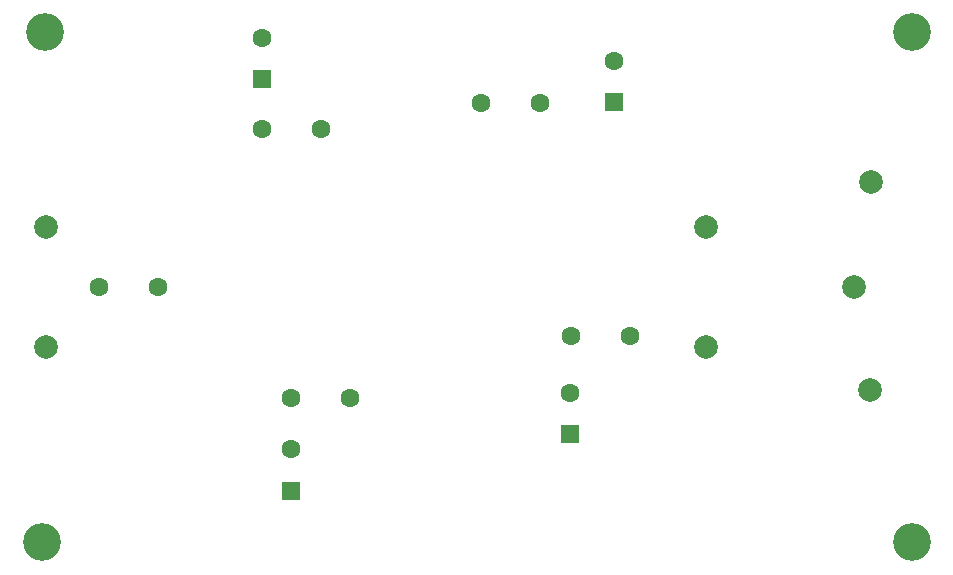
<source format=gbr>
G04 #@! TF.GenerationSoftware,KiCad,Pcbnew,(5.1.10-0-10_14)*
G04 #@! TF.CreationDate,2021-05-20T17:40:10+02:00*
G04 #@! TF.ProjectId,pre-amp-discret,7072652d-616d-4702-9d64-697363726574,rev?*
G04 #@! TF.SameCoordinates,Original*
G04 #@! TF.FileFunction,Soldermask,Bot*
G04 #@! TF.FilePolarity,Negative*
%FSLAX46Y46*%
G04 Gerber Fmt 4.6, Leading zero omitted, Abs format (unit mm)*
G04 Created by KiCad (PCBNEW (5.1.10-0-10_14)) date 2021-05-20 17:40:10*
%MOMM*%
%LPD*%
G01*
G04 APERTURE LIST*
%ADD10C,1.600000*%
%ADD11R,1.600000X1.600000*%
%ADD12C,2.000000*%
%ADD13C,3.200000*%
G04 APERTURE END LIST*
D10*
X170751500Y-130866000D03*
D11*
X170751500Y-134366000D03*
D12*
X194754500Y-121920000D03*
X196215000Y-113030000D03*
X196088000Y-130619500D03*
D10*
X174434500Y-102735500D03*
D11*
X174434500Y-106235500D03*
D10*
X147129500Y-135636000D03*
D11*
X147129500Y-139136000D03*
D10*
X144653000Y-100767000D03*
D11*
X144653000Y-104267000D03*
D10*
X175815000Y-126047500D03*
X170815000Y-126047500D03*
X168211500Y-106299000D03*
X163211500Y-106299000D03*
X152129500Y-131318000D03*
X147129500Y-131318000D03*
X144669500Y-108521500D03*
X149669500Y-108521500D03*
D12*
X182245000Y-127000000D03*
X182245000Y-116840000D03*
X126365000Y-127000000D03*
X126365000Y-116840000D03*
D13*
X126238000Y-100330000D03*
X125984000Y-143510000D03*
X199644000Y-143510000D03*
X199644000Y-100330000D03*
D10*
X130810000Y-121920000D03*
X135810000Y-121920000D03*
M02*

</source>
